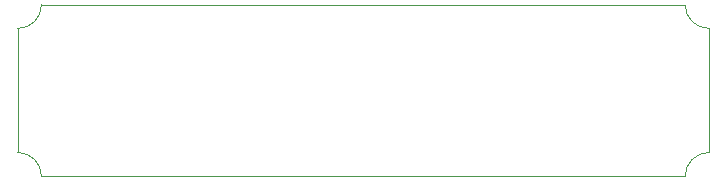
<source format=gbr>
%TF.GenerationSoftware,KiCad,Pcbnew,7.0.7*%
%TF.CreationDate,2023-09-25T07:31:56+02:00*%
%TF.ProjectId,beginner_led_pcb,62656769-6e6e-4657-925f-6c65645f7063,rev?*%
%TF.SameCoordinates,Original*%
%TF.FileFunction,Profile,NP*%
%FSLAX46Y46*%
G04 Gerber Fmt 4.6, Leading zero omitted, Abs format (unit mm)*
G04 Created by KiCad (PCBNEW 7.0.7) date 2023-09-25 07:31:56*
%MOMM*%
%LPD*%
G01*
G04 APERTURE LIST*
%TA.AperFunction,Profile*%
%ADD10C,0.100000*%
%TD*%
G04 APERTURE END LIST*
D10*
X253000000Y-116000000D02*
G75*
G03*
X251000000Y-118000000I0J-2000000D01*
G01*
X251000000Y-118000000D02*
X196500000Y-118000000D01*
X196500000Y-118000000D02*
G75*
G03*
X194500000Y-116000000I-2000000J0D01*
G01*
X194500000Y-105500000D02*
G75*
G03*
X196500000Y-103500000I0J2000000D01*
G01*
X251000000Y-103500000D02*
G75*
G03*
X253000000Y-105500000I2000000J0D01*
G01*
X194500000Y-116000000D02*
X194500000Y-105500000D01*
X251000000Y-103500000D02*
X196500000Y-103500000D01*
X253000000Y-116000000D02*
X253000000Y-105500000D01*
M02*

</source>
